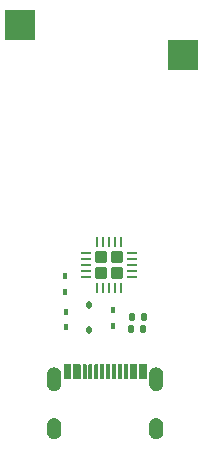
<source format=gbr>
%TF.GenerationSoftware,KiCad,Pcbnew,7.0.6*%
%TF.CreationDate,2023-08-06T17:13:19+10:00*%
%TF.ProjectId,single-key-keyboard,73696e67-6c65-42d6-9b65-792d6b657962,rev?*%
%TF.SameCoordinates,Original*%
%TF.FileFunction,Paste,Top*%
%TF.FilePolarity,Positive*%
%FSLAX46Y46*%
G04 Gerber Fmt 4.6, Leading zero omitted, Abs format (unit mm)*
G04 Created by KiCad (PCBNEW 7.0.6) date 2023-08-06 17:13:19*
%MOMM*%
%LPD*%
G01*
G04 APERTURE LIST*
G04 Aperture macros list*
%AMRoundRect*
0 Rectangle with rounded corners*
0 $1 Rounding radius*
0 $2 $3 $4 $5 $6 $7 $8 $9 X,Y pos of 4 corners*
0 Add a 4 corners polygon primitive as box body*
4,1,4,$2,$3,$4,$5,$6,$7,$8,$9,$2,$3,0*
0 Add four circle primitives for the rounded corners*
1,1,$1+$1,$2,$3*
1,1,$1+$1,$4,$5*
1,1,$1+$1,$6,$7*
1,1,$1+$1,$8,$9*
0 Add four rect primitives between the rounded corners*
20,1,$1+$1,$2,$3,$4,$5,0*
20,1,$1+$1,$4,$5,$6,$7,0*
20,1,$1+$1,$6,$7,$8,$9,0*
20,1,$1+$1,$8,$9,$2,$3,0*%
G04 Aperture macros list end*
%ADD10R,2.550000X2.500000*%
%ADD11O,1.200000X2.000000*%
%ADD12O,1.200000X1.800000*%
%ADD13R,0.300000X1.300000*%
%ADD14RoundRect,0.250000X-0.275000X-0.275000X0.275000X-0.275000X0.275000X0.275000X-0.275000X0.275000X0*%
%ADD15RoundRect,0.062500X-0.362500X-0.062500X0.362500X-0.062500X0.362500X0.062500X-0.362500X0.062500X0*%
%ADD16RoundRect,0.062500X-0.062500X-0.362500X0.062500X-0.362500X0.062500X0.362500X-0.062500X0.362500X0*%
%ADD17RoundRect,0.135000X0.135000X0.185000X-0.135000X0.185000X-0.135000X-0.185000X0.135000X-0.185000X0*%
%ADD18R,0.400000X0.480000*%
%ADD19RoundRect,0.112500X-0.112500X0.187500X-0.112500X-0.187500X0.112500X-0.187500X0.112500X0.187500X0*%
G04 APERTURE END LIST*
%TO.C,P1*%
G36*
X139550000Y-131585000D02*
G01*
X139250000Y-131585000D01*
X139250000Y-130285000D01*
X139550000Y-130285000D01*
X139550000Y-131585000D01*
G37*
G36*
X140550000Y-131585000D02*
G01*
X140250000Y-131585000D01*
X140250000Y-130285000D01*
X140550000Y-130285000D01*
X140550000Y-131585000D01*
G37*
G36*
X145015000Y-134867000D02*
G01*
X145045000Y-134870000D01*
X145074000Y-134874000D01*
X145104000Y-134880000D01*
X145133000Y-134887000D01*
X145161000Y-134896000D01*
X145189000Y-134907000D01*
X145217000Y-134918000D01*
X145244000Y-134931000D01*
X145270000Y-134945000D01*
X145296000Y-134961000D01*
X145320000Y-134978000D01*
X145344000Y-134996000D01*
X145367000Y-135015000D01*
X145389000Y-135036000D01*
X145410000Y-135057000D01*
X145430000Y-135079000D01*
X145448000Y-135103000D01*
X145466000Y-135127000D01*
X145482000Y-135152000D01*
X145497000Y-135178000D01*
X145511000Y-135205000D01*
X145523000Y-135232000D01*
X145534000Y-135260000D01*
X145543000Y-135288000D01*
X145551000Y-135317000D01*
X145558000Y-135346000D01*
X145563000Y-135376000D01*
X145567000Y-135405000D01*
X145569000Y-135435000D01*
X145570000Y-135465000D01*
X145570000Y-136065000D01*
X145569000Y-136095000D01*
X145567000Y-136125000D01*
X145563000Y-136154000D01*
X145558000Y-136184000D01*
X145551000Y-136213000D01*
X145543000Y-136242000D01*
X145534000Y-136270000D01*
X145523000Y-136298000D01*
X145511000Y-136325000D01*
X145497000Y-136352000D01*
X145482000Y-136378000D01*
X145466000Y-136403000D01*
X145448000Y-136427000D01*
X145430000Y-136451000D01*
X145410000Y-136473000D01*
X145389000Y-136495000D01*
X145367000Y-136515000D01*
X145344000Y-136534000D01*
X145320000Y-136552000D01*
X145296000Y-136569000D01*
X145270000Y-136585000D01*
X145244000Y-136599000D01*
X145217000Y-136612000D01*
X145189000Y-136624000D01*
X145161000Y-136634000D01*
X145133000Y-136643000D01*
X145104000Y-136650000D01*
X145074000Y-136656000D01*
X145045000Y-136660000D01*
X145015000Y-136663000D01*
X144985000Y-136665000D01*
X144955000Y-136665000D01*
X144925000Y-136663000D01*
X144895000Y-136660000D01*
X144866000Y-136656000D01*
X144837000Y-136650000D01*
X144808000Y-136643000D01*
X144779000Y-136634000D01*
X144751000Y-136624000D01*
X144723000Y-136612000D01*
X144696000Y-136599000D01*
X144670000Y-136585000D01*
X144645000Y-136569000D01*
X144620000Y-136552000D01*
X144596000Y-136534000D01*
X144573000Y-136515000D01*
X144551000Y-136495000D01*
X144530000Y-136473000D01*
X144510000Y-136451000D01*
X144492000Y-136427000D01*
X144474000Y-136403000D01*
X144458000Y-136378000D01*
X144443000Y-136352000D01*
X144429000Y-136325000D01*
X144417000Y-136298000D01*
X144406000Y-136270000D01*
X144397000Y-136242000D01*
X144389000Y-136213000D01*
X144382000Y-136184000D01*
X144377000Y-136154000D01*
X144373000Y-136125000D01*
X144371000Y-136095000D01*
X144370000Y-136065000D01*
X144370000Y-135465000D01*
X144371000Y-135435000D01*
X144373000Y-135405000D01*
X144377000Y-135376000D01*
X144382000Y-135346000D01*
X144389000Y-135317000D01*
X144397000Y-135288000D01*
X144406000Y-135260000D01*
X144417000Y-135232000D01*
X144429000Y-135205000D01*
X144443000Y-135178000D01*
X144458000Y-135152000D01*
X144474000Y-135127000D01*
X144492000Y-135103000D01*
X144510000Y-135079000D01*
X144530000Y-135057000D01*
X144551000Y-135036000D01*
X144573000Y-135015000D01*
X144596000Y-134996000D01*
X144620000Y-134978000D01*
X144645000Y-134961000D01*
X144670000Y-134945000D01*
X144696000Y-134931000D01*
X144723000Y-134918000D01*
X144751000Y-134907000D01*
X144779000Y-134896000D01*
X144808000Y-134887000D01*
X144837000Y-134880000D01*
X144866000Y-134874000D01*
X144895000Y-134870000D01*
X144925000Y-134867000D01*
X144955000Y-134865000D01*
X144985000Y-134865000D01*
X145015000Y-134867000D01*
G37*
G36*
X143350000Y-131585000D02*
G01*
X143050000Y-131585000D01*
X142750000Y-131585000D01*
X142750000Y-130285000D01*
X143050000Y-130285000D01*
X143350000Y-130285000D01*
X143350000Y-131585000D01*
G37*
G36*
X141550000Y-131585000D02*
G01*
X141250000Y-131585000D01*
X141250000Y-130285000D01*
X141550000Y-130285000D01*
X141550000Y-131585000D01*
G37*
G36*
X140050000Y-131585000D02*
G01*
X139750000Y-131585000D01*
X139750000Y-130285000D01*
X140050000Y-130285000D01*
X140050000Y-131585000D01*
G37*
G36*
X138550000Y-131585000D02*
G01*
X138250000Y-131585000D01*
X137950000Y-131585000D01*
X137950000Y-130285000D01*
X138250000Y-130285000D01*
X138550000Y-130285000D01*
X138550000Y-131585000D01*
G37*
G36*
X139050000Y-131585000D02*
G01*
X138750000Y-131585000D01*
X138750000Y-130285000D01*
X139050000Y-130285000D01*
X139050000Y-131585000D01*
G37*
G36*
X136375000Y-134867000D02*
G01*
X136405000Y-134870000D01*
X136434000Y-134874000D01*
X136463000Y-134880000D01*
X136492000Y-134887000D01*
X136521000Y-134896000D01*
X136549000Y-134907000D01*
X136577000Y-134918000D01*
X136604000Y-134931000D01*
X136630000Y-134945000D01*
X136655000Y-134961000D01*
X136680000Y-134978000D01*
X136704000Y-134996000D01*
X136727000Y-135015000D01*
X136749000Y-135036000D01*
X136770000Y-135057000D01*
X136790000Y-135079000D01*
X136808000Y-135103000D01*
X136826000Y-135127000D01*
X136842000Y-135152000D01*
X136857000Y-135178000D01*
X136871000Y-135205000D01*
X136883000Y-135232000D01*
X136894000Y-135260000D01*
X136903000Y-135288000D01*
X136911000Y-135317000D01*
X136918000Y-135346000D01*
X136923000Y-135376000D01*
X136927000Y-135405000D01*
X136929000Y-135435000D01*
X136930000Y-135465000D01*
X136930000Y-136065000D01*
X136929000Y-136095000D01*
X136927000Y-136125000D01*
X136923000Y-136154000D01*
X136918000Y-136184000D01*
X136911000Y-136213000D01*
X136903000Y-136242000D01*
X136894000Y-136270000D01*
X136883000Y-136298000D01*
X136871000Y-136325000D01*
X136857000Y-136352000D01*
X136842000Y-136378000D01*
X136826000Y-136403000D01*
X136808000Y-136427000D01*
X136790000Y-136451000D01*
X136770000Y-136473000D01*
X136749000Y-136495000D01*
X136727000Y-136515000D01*
X136704000Y-136534000D01*
X136680000Y-136552000D01*
X136655000Y-136569000D01*
X136630000Y-136585000D01*
X136604000Y-136599000D01*
X136577000Y-136612000D01*
X136549000Y-136624000D01*
X136521000Y-136634000D01*
X136492000Y-136643000D01*
X136463000Y-136650000D01*
X136434000Y-136656000D01*
X136405000Y-136660000D01*
X136375000Y-136663000D01*
X136345000Y-136665000D01*
X136315000Y-136665000D01*
X136285000Y-136663000D01*
X136255000Y-136660000D01*
X136226000Y-136656000D01*
X136196000Y-136650000D01*
X136167000Y-136643000D01*
X136139000Y-136634000D01*
X136111000Y-136624000D01*
X136083000Y-136612000D01*
X136056000Y-136599000D01*
X136030000Y-136585000D01*
X136004000Y-136569000D01*
X135980000Y-136552000D01*
X135956000Y-136534000D01*
X135933000Y-136515000D01*
X135911000Y-136495000D01*
X135890000Y-136473000D01*
X135870000Y-136451000D01*
X135852000Y-136427000D01*
X135834000Y-136403000D01*
X135818000Y-136378000D01*
X135803000Y-136352000D01*
X135789000Y-136325000D01*
X135777000Y-136298000D01*
X135766000Y-136270000D01*
X135757000Y-136242000D01*
X135749000Y-136213000D01*
X135742000Y-136184000D01*
X135737000Y-136154000D01*
X135733000Y-136125000D01*
X135731000Y-136095000D01*
X135730000Y-136065000D01*
X135730000Y-135465000D01*
X135731000Y-135435000D01*
X135733000Y-135405000D01*
X135737000Y-135376000D01*
X135742000Y-135346000D01*
X135749000Y-135317000D01*
X135757000Y-135288000D01*
X135766000Y-135260000D01*
X135777000Y-135232000D01*
X135789000Y-135205000D01*
X135803000Y-135178000D01*
X135818000Y-135152000D01*
X135834000Y-135127000D01*
X135852000Y-135103000D01*
X135870000Y-135079000D01*
X135890000Y-135057000D01*
X135911000Y-135036000D01*
X135933000Y-135015000D01*
X135956000Y-134996000D01*
X135980000Y-134978000D01*
X136004000Y-134961000D01*
X136030000Y-134945000D01*
X136056000Y-134931000D01*
X136083000Y-134918000D01*
X136111000Y-134907000D01*
X136139000Y-134896000D01*
X136167000Y-134887000D01*
X136196000Y-134880000D01*
X136226000Y-134874000D01*
X136255000Y-134870000D01*
X136285000Y-134867000D01*
X136315000Y-134865000D01*
X136345000Y-134865000D01*
X136375000Y-134867000D01*
G37*
G36*
X141050000Y-131585000D02*
G01*
X140750000Y-131585000D01*
X140750000Y-130285000D01*
X141050000Y-130285000D01*
X141050000Y-131585000D01*
G37*
G36*
X142550000Y-131585000D02*
G01*
X142250000Y-131585000D01*
X142250000Y-130285000D01*
X142550000Y-130285000D01*
X142550000Y-131585000D01*
G37*
G36*
X137750000Y-131585000D02*
G01*
X137450000Y-131585000D01*
X137150000Y-131585000D01*
X137150000Y-130285000D01*
X137450000Y-130285000D01*
X137750000Y-130285000D01*
X137750000Y-131585000D01*
G37*
G36*
X142050000Y-131585000D02*
G01*
X141750000Y-131585000D01*
X141750000Y-130285000D01*
X142050000Y-130285000D01*
X142050000Y-131585000D01*
G37*
G36*
X144150000Y-131585000D02*
G01*
X143850000Y-131585000D01*
X143550000Y-131585000D01*
X143550000Y-130285000D01*
X143850000Y-130285000D01*
X144150000Y-130285000D01*
X144150000Y-131585000D01*
G37*
G36*
X145015000Y-130587000D02*
G01*
X145045000Y-130590000D01*
X145074000Y-130594000D01*
X145104000Y-130600000D01*
X145133000Y-130607000D01*
X145161000Y-130616000D01*
X145189000Y-130626000D01*
X145217000Y-130638000D01*
X145244000Y-130651000D01*
X145270000Y-130665000D01*
X145296000Y-130681000D01*
X145320000Y-130698000D01*
X145344000Y-130716000D01*
X145367000Y-130735000D01*
X145389000Y-130755000D01*
X145410000Y-130777000D01*
X145430000Y-130799000D01*
X145448000Y-130823000D01*
X145466000Y-130847000D01*
X145482000Y-130872000D01*
X145497000Y-130898000D01*
X145511000Y-130925000D01*
X145523000Y-130952000D01*
X145534000Y-130980000D01*
X145543000Y-131008000D01*
X145551000Y-131037000D01*
X145558000Y-131066000D01*
X145563000Y-131096000D01*
X145567000Y-131125000D01*
X145569000Y-131155000D01*
X145570000Y-131185000D01*
X145570000Y-131985000D01*
X145569000Y-132015000D01*
X145567000Y-132045000D01*
X145563000Y-132074000D01*
X145558000Y-132104000D01*
X145551000Y-132133000D01*
X145543000Y-132162000D01*
X145534000Y-132190000D01*
X145523000Y-132218000D01*
X145511000Y-132245000D01*
X145497000Y-132272000D01*
X145482000Y-132298000D01*
X145466000Y-132323000D01*
X145448000Y-132347000D01*
X145430000Y-132371000D01*
X145410000Y-132393000D01*
X145389000Y-132414000D01*
X145367000Y-132435000D01*
X145344000Y-132454000D01*
X145320000Y-132472000D01*
X145296000Y-132489000D01*
X145270000Y-132505000D01*
X145244000Y-132519000D01*
X145217000Y-132532000D01*
X145189000Y-132543000D01*
X145161000Y-132554000D01*
X145133000Y-132563000D01*
X145104000Y-132570000D01*
X145074000Y-132576000D01*
X145045000Y-132580000D01*
X145015000Y-132583000D01*
X144985000Y-132585000D01*
X144955000Y-132585000D01*
X144925000Y-132583000D01*
X144895000Y-132580000D01*
X144866000Y-132576000D01*
X144837000Y-132570000D01*
X144808000Y-132563000D01*
X144779000Y-132554000D01*
X144751000Y-132543000D01*
X144723000Y-132532000D01*
X144696000Y-132519000D01*
X144670000Y-132505000D01*
X144645000Y-132489000D01*
X144620000Y-132472000D01*
X144596000Y-132454000D01*
X144573000Y-132435000D01*
X144551000Y-132414000D01*
X144530000Y-132393000D01*
X144510000Y-132371000D01*
X144492000Y-132347000D01*
X144474000Y-132323000D01*
X144458000Y-132298000D01*
X144443000Y-132272000D01*
X144429000Y-132245000D01*
X144417000Y-132218000D01*
X144406000Y-132190000D01*
X144397000Y-132162000D01*
X144389000Y-132133000D01*
X144382000Y-132104000D01*
X144377000Y-132074000D01*
X144373000Y-132045000D01*
X144371000Y-132015000D01*
X144370000Y-131985000D01*
X144370000Y-131185000D01*
X144371000Y-131155000D01*
X144373000Y-131125000D01*
X144377000Y-131096000D01*
X144382000Y-131066000D01*
X144389000Y-131037000D01*
X144397000Y-131008000D01*
X144406000Y-130980000D01*
X144417000Y-130952000D01*
X144429000Y-130925000D01*
X144443000Y-130898000D01*
X144458000Y-130872000D01*
X144474000Y-130847000D01*
X144492000Y-130823000D01*
X144510000Y-130799000D01*
X144530000Y-130777000D01*
X144551000Y-130755000D01*
X144573000Y-130735000D01*
X144596000Y-130716000D01*
X144620000Y-130698000D01*
X144645000Y-130681000D01*
X144670000Y-130665000D01*
X144696000Y-130651000D01*
X144723000Y-130638000D01*
X144751000Y-130626000D01*
X144779000Y-130616000D01*
X144808000Y-130607000D01*
X144837000Y-130600000D01*
X144866000Y-130594000D01*
X144895000Y-130590000D01*
X144925000Y-130587000D01*
X144955000Y-130585000D01*
X144985000Y-130585000D01*
X145015000Y-130587000D01*
G37*
G36*
X136375000Y-130587000D02*
G01*
X136405000Y-130590000D01*
X136434000Y-130594000D01*
X136463000Y-130600000D01*
X136492000Y-130607000D01*
X136521000Y-130616000D01*
X136549000Y-130626000D01*
X136577000Y-130638000D01*
X136604000Y-130651000D01*
X136630000Y-130665000D01*
X136655000Y-130681000D01*
X136680000Y-130698000D01*
X136704000Y-130716000D01*
X136727000Y-130735000D01*
X136749000Y-130755000D01*
X136770000Y-130777000D01*
X136790000Y-130799000D01*
X136808000Y-130823000D01*
X136826000Y-130847000D01*
X136842000Y-130872000D01*
X136857000Y-130898000D01*
X136871000Y-130925000D01*
X136883000Y-130952000D01*
X136894000Y-130980000D01*
X136903000Y-131008000D01*
X136911000Y-131037000D01*
X136918000Y-131066000D01*
X136923000Y-131096000D01*
X136927000Y-131125000D01*
X136929000Y-131155000D01*
X136930000Y-131185000D01*
X136930000Y-131985000D01*
X136929000Y-132015000D01*
X136927000Y-132045000D01*
X136923000Y-132074000D01*
X136918000Y-132104000D01*
X136911000Y-132133000D01*
X136903000Y-132162000D01*
X136894000Y-132190000D01*
X136883000Y-132218000D01*
X136871000Y-132245000D01*
X136857000Y-132272000D01*
X136842000Y-132298000D01*
X136826000Y-132323000D01*
X136808000Y-132347000D01*
X136790000Y-132371000D01*
X136770000Y-132393000D01*
X136749000Y-132414000D01*
X136727000Y-132435000D01*
X136704000Y-132454000D01*
X136680000Y-132472000D01*
X136655000Y-132489000D01*
X136630000Y-132505000D01*
X136604000Y-132519000D01*
X136577000Y-132532000D01*
X136549000Y-132543000D01*
X136521000Y-132554000D01*
X136492000Y-132563000D01*
X136463000Y-132570000D01*
X136434000Y-132576000D01*
X136405000Y-132580000D01*
X136375000Y-132583000D01*
X136345000Y-132585000D01*
X136315000Y-132585000D01*
X136285000Y-132583000D01*
X136255000Y-132580000D01*
X136226000Y-132576000D01*
X136196000Y-132570000D01*
X136167000Y-132563000D01*
X136139000Y-132554000D01*
X136111000Y-132543000D01*
X136083000Y-132532000D01*
X136056000Y-132519000D01*
X136030000Y-132505000D01*
X136004000Y-132489000D01*
X135980000Y-132472000D01*
X135956000Y-132454000D01*
X135933000Y-132435000D01*
X135911000Y-132414000D01*
X135890000Y-132393000D01*
X135870000Y-132371000D01*
X135852000Y-132347000D01*
X135834000Y-132323000D01*
X135818000Y-132298000D01*
X135803000Y-132272000D01*
X135789000Y-132245000D01*
X135777000Y-132218000D01*
X135766000Y-132190000D01*
X135757000Y-132162000D01*
X135749000Y-132133000D01*
X135742000Y-132104000D01*
X135737000Y-132074000D01*
X135733000Y-132045000D01*
X135731000Y-132015000D01*
X135730000Y-131985000D01*
X135730000Y-131185000D01*
X135731000Y-131155000D01*
X135733000Y-131125000D01*
X135737000Y-131096000D01*
X135742000Y-131066000D01*
X135749000Y-131037000D01*
X135757000Y-131008000D01*
X135766000Y-130980000D01*
X135777000Y-130952000D01*
X135789000Y-130925000D01*
X135803000Y-130898000D01*
X135818000Y-130872000D01*
X135834000Y-130847000D01*
X135852000Y-130823000D01*
X135870000Y-130799000D01*
X135890000Y-130777000D01*
X135911000Y-130755000D01*
X135933000Y-130735000D01*
X135956000Y-130716000D01*
X135980000Y-130698000D01*
X136004000Y-130681000D01*
X136030000Y-130665000D01*
X136056000Y-130651000D01*
X136083000Y-130638000D01*
X136111000Y-130626000D01*
X136139000Y-130616000D01*
X136167000Y-130607000D01*
X136196000Y-130600000D01*
X136226000Y-130594000D01*
X136255000Y-130590000D01*
X136285000Y-130587000D01*
X136315000Y-130585000D01*
X136345000Y-130585000D01*
X136375000Y-130587000D01*
G37*
%TD*%
D10*
%TO.C,SW1*%
X147280000Y-104140000D03*
X133430000Y-101600000D03*
%TD*%
D11*
%TO.C,P1*%
X136330000Y-131585000D03*
X144970000Y-131585000D03*
D12*
X136330000Y-135765000D03*
X144970000Y-135765000D03*
D13*
X137300000Y-130935000D03*
X138100000Y-130935000D03*
X139400000Y-130935000D03*
X140400000Y-130935000D03*
X140900000Y-130935000D03*
X141900000Y-130935000D03*
X143200000Y-130935000D03*
X144000000Y-130935000D03*
X143700000Y-130935000D03*
X142900000Y-130935000D03*
X142400000Y-130935000D03*
X141400000Y-130935000D03*
X139900000Y-130935000D03*
X138900000Y-130935000D03*
X138400000Y-130935000D03*
X137600000Y-130935000D03*
%TD*%
D14*
%TO.C,U1*%
X141620000Y-122570000D03*
X140320000Y-121270000D03*
X141620000Y-121270000D03*
X140320000Y-122570000D03*
D15*
X139045000Y-120920000D03*
X139045000Y-121420000D03*
X139045000Y-121920000D03*
X139045000Y-122420000D03*
X139045000Y-122920000D03*
D16*
X139970000Y-123845000D03*
X140470000Y-123845000D03*
X140970000Y-123845000D03*
X141470000Y-123845000D03*
X141970000Y-123845000D03*
D15*
X142895000Y-122920000D03*
X142895000Y-122420000D03*
X142895000Y-121920000D03*
X142895000Y-121420000D03*
X142895000Y-120920000D03*
D16*
X141970000Y-119995000D03*
X141470000Y-119995000D03*
X140970000Y-119995000D03*
X140470000Y-119995000D03*
X139970000Y-119995000D03*
%TD*%
D17*
%TO.C,R2*%
X143910000Y-126300000D03*
X142890000Y-126300000D03*
%TD*%
%TO.C,R1*%
X143890000Y-127350000D03*
X142870000Y-127350000D03*
%TD*%
D18*
%TO.C,D4*%
X137330000Y-125860000D03*
X137330000Y-127180000D03*
%TD*%
%TO.C,D3*%
X141340000Y-125760000D03*
X141340000Y-127080000D03*
%TD*%
D19*
%TO.C,D2*%
X139290000Y-125280000D03*
X139290000Y-127380000D03*
%TD*%
D18*
%TO.C,D1*%
X137260000Y-122840000D03*
X137260000Y-124160000D03*
%TD*%
M02*

</source>
